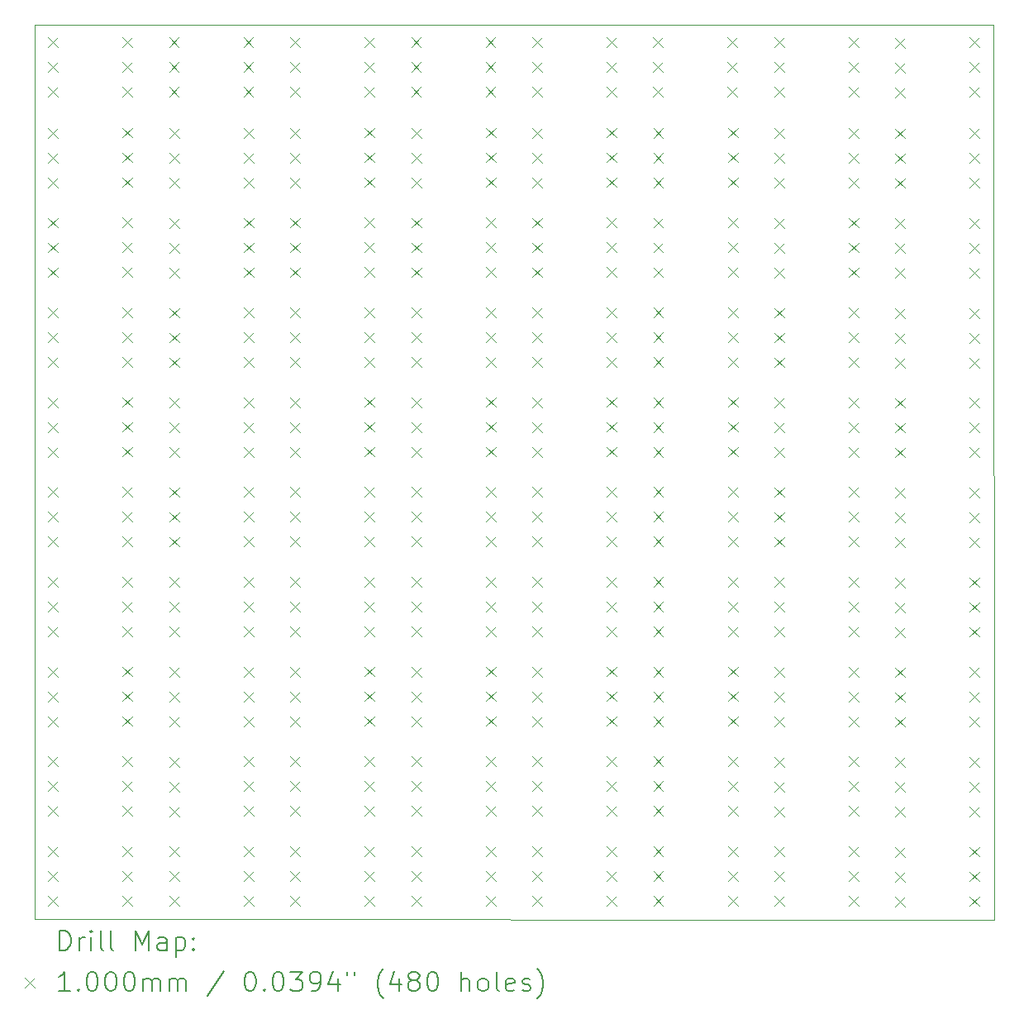
<source format=gbr>
%TF.GenerationSoftware,KiCad,Pcbnew,6.0.11+dfsg-1~bpo11+1*%
%TF.CreationDate,2023-03-06T17:28:26+08:00*%
%TF.ProjectId,sot2dip - panel,736f7432-6469-4702-902d-2070616e656c,rev?*%
%TF.SameCoordinates,Original*%
%TF.FileFunction,Drillmap*%
%TF.FilePolarity,Positive*%
%FSLAX45Y45*%
G04 Gerber Fmt 4.5, Leading zero omitted, Abs format (unit mm)*
G04 Created by KiCad (PCBNEW 6.0.11+dfsg-1~bpo11+1) date 2023-03-06 17:28:26*
%MOMM*%
%LPD*%
G01*
G04 APERTURE LIST*
%ADD10C,0.050000*%
%ADD11C,0.200000*%
%ADD12C,0.100000*%
G04 APERTURE END LIST*
D10*
X20330000Y-14770000D02*
X10500000Y-14760000D01*
X10500000Y-5600000D02*
X20320000Y-5600000D01*
X10500000Y-14760000D02*
X10500000Y-5600000D01*
X20320000Y-5600000D02*
X20330000Y-14770000D01*
D11*
D12*
X10634000Y-5730000D02*
X10734000Y-5830000D01*
X10734000Y-5730000D02*
X10634000Y-5830000D01*
X10634000Y-5984000D02*
X10734000Y-6084000D01*
X10734000Y-5984000D02*
X10634000Y-6084000D01*
X10634000Y-6238000D02*
X10734000Y-6338000D01*
X10734000Y-6238000D02*
X10634000Y-6338000D01*
X10636200Y-6659400D02*
X10736200Y-6759400D01*
X10736200Y-6659400D02*
X10636200Y-6759400D01*
X10636200Y-6913400D02*
X10736200Y-7013400D01*
X10736200Y-6913400D02*
X10636200Y-7013400D01*
X10636200Y-7167400D02*
X10736200Y-7267400D01*
X10736200Y-7167400D02*
X10636200Y-7267400D01*
X10636200Y-7580000D02*
X10736200Y-7680000D01*
X10736200Y-7580000D02*
X10636200Y-7680000D01*
X10636200Y-7834000D02*
X10736200Y-7934000D01*
X10736200Y-7834000D02*
X10636200Y-7934000D01*
X10636200Y-8088000D02*
X10736200Y-8188000D01*
X10736200Y-8088000D02*
X10636200Y-8188000D01*
X10636200Y-8501000D02*
X10736200Y-8601000D01*
X10736200Y-8501000D02*
X10636200Y-8601000D01*
X10636200Y-8755000D02*
X10736200Y-8855000D01*
X10736200Y-8755000D02*
X10636200Y-8855000D01*
X10636200Y-9009000D02*
X10736200Y-9109000D01*
X10736200Y-9009000D02*
X10636200Y-9109000D01*
X10636200Y-9419800D02*
X10736200Y-9519800D01*
X10736200Y-9419800D02*
X10636200Y-9519800D01*
X10636200Y-9673800D02*
X10736200Y-9773800D01*
X10736200Y-9673800D02*
X10636200Y-9773800D01*
X10636200Y-9927800D02*
X10736200Y-10027800D01*
X10736200Y-9927800D02*
X10636200Y-10027800D01*
X10636200Y-10338800D02*
X10736200Y-10438800D01*
X10736200Y-10338800D02*
X10636200Y-10438800D01*
X10636200Y-10592800D02*
X10736200Y-10692800D01*
X10736200Y-10592800D02*
X10636200Y-10692800D01*
X10636200Y-10846800D02*
X10736200Y-10946800D01*
X10736200Y-10846800D02*
X10636200Y-10946800D01*
X10636200Y-11260000D02*
X10736200Y-11360000D01*
X10736200Y-11260000D02*
X10636200Y-11360000D01*
X10636200Y-11514000D02*
X10736200Y-11614000D01*
X10736200Y-11514000D02*
X10636200Y-11614000D01*
X10636200Y-11768000D02*
X10736200Y-11868000D01*
X10736200Y-11768000D02*
X10636200Y-11868000D01*
X10636200Y-12180000D02*
X10736200Y-12280000D01*
X10736200Y-12180000D02*
X10636200Y-12280000D01*
X10636200Y-12434000D02*
X10736200Y-12534000D01*
X10736200Y-12434000D02*
X10636200Y-12534000D01*
X10636200Y-12688000D02*
X10736200Y-12788000D01*
X10736200Y-12688000D02*
X10636200Y-12788000D01*
X10636200Y-13100000D02*
X10736200Y-13200000D01*
X10736200Y-13100000D02*
X10636200Y-13200000D01*
X10636200Y-13354000D02*
X10736200Y-13454000D01*
X10736200Y-13354000D02*
X10636200Y-13454000D01*
X10636200Y-13608000D02*
X10736200Y-13708000D01*
X10736200Y-13608000D02*
X10636200Y-13708000D01*
X10636200Y-14020000D02*
X10736200Y-14120000D01*
X10736200Y-14020000D02*
X10636200Y-14120000D01*
X10636200Y-14274000D02*
X10736200Y-14374000D01*
X10736200Y-14274000D02*
X10636200Y-14374000D01*
X10636200Y-14528000D02*
X10736200Y-14628000D01*
X10736200Y-14528000D02*
X10636200Y-14628000D01*
X11396200Y-5727800D02*
X11496200Y-5827800D01*
X11496200Y-5727800D02*
X11396200Y-5827800D01*
X11396200Y-5981800D02*
X11496200Y-6081800D01*
X11496200Y-5981800D02*
X11396200Y-6081800D01*
X11396200Y-6235800D02*
X11496200Y-6335800D01*
X11496200Y-6235800D02*
X11396200Y-6335800D01*
X11398400Y-6657200D02*
X11498400Y-6757200D01*
X11498400Y-6657200D02*
X11398400Y-6757200D01*
X11398400Y-6911200D02*
X11498400Y-7011200D01*
X11498400Y-6911200D02*
X11398400Y-7011200D01*
X11398400Y-7165200D02*
X11498400Y-7265200D01*
X11498400Y-7165200D02*
X11398400Y-7265200D01*
X11398400Y-7577800D02*
X11498400Y-7677800D01*
X11498400Y-7577800D02*
X11398400Y-7677800D01*
X11398400Y-7831800D02*
X11498400Y-7931800D01*
X11498400Y-7831800D02*
X11398400Y-7931800D01*
X11398400Y-8085800D02*
X11498400Y-8185800D01*
X11498400Y-8085800D02*
X11398400Y-8185800D01*
X11398400Y-8498800D02*
X11498400Y-8598800D01*
X11498400Y-8498800D02*
X11398400Y-8598800D01*
X11398400Y-8752800D02*
X11498400Y-8852800D01*
X11498400Y-8752800D02*
X11398400Y-8852800D01*
X11398400Y-9006800D02*
X11498400Y-9106800D01*
X11498400Y-9006800D02*
X11398400Y-9106800D01*
X11398400Y-9417600D02*
X11498400Y-9517600D01*
X11498400Y-9417600D02*
X11398400Y-9517600D01*
X11398400Y-9671600D02*
X11498400Y-9771600D01*
X11498400Y-9671600D02*
X11398400Y-9771600D01*
X11398400Y-9925600D02*
X11498400Y-10025600D01*
X11498400Y-9925600D02*
X11398400Y-10025600D01*
X11398400Y-10336600D02*
X11498400Y-10436600D01*
X11498400Y-10336600D02*
X11398400Y-10436600D01*
X11398400Y-10590600D02*
X11498400Y-10690600D01*
X11498400Y-10590600D02*
X11398400Y-10690600D01*
X11398400Y-10844600D02*
X11498400Y-10944600D01*
X11498400Y-10844600D02*
X11398400Y-10944600D01*
X11398400Y-11257800D02*
X11498400Y-11357800D01*
X11498400Y-11257800D02*
X11398400Y-11357800D01*
X11398400Y-11511800D02*
X11498400Y-11611800D01*
X11498400Y-11511800D02*
X11398400Y-11611800D01*
X11398400Y-11765800D02*
X11498400Y-11865800D01*
X11498400Y-11765800D02*
X11398400Y-11865800D01*
X11398400Y-12177800D02*
X11498400Y-12277800D01*
X11498400Y-12177800D02*
X11398400Y-12277800D01*
X11398400Y-12431800D02*
X11498400Y-12531800D01*
X11498400Y-12431800D02*
X11398400Y-12531800D01*
X11398400Y-12685800D02*
X11498400Y-12785800D01*
X11498400Y-12685800D02*
X11398400Y-12785800D01*
X11398400Y-13097800D02*
X11498400Y-13197800D01*
X11498400Y-13097800D02*
X11398400Y-13197800D01*
X11398400Y-13351800D02*
X11498400Y-13451800D01*
X11498400Y-13351800D02*
X11398400Y-13451800D01*
X11398400Y-13605800D02*
X11498400Y-13705800D01*
X11498400Y-13605800D02*
X11398400Y-13705800D01*
X11398400Y-14017800D02*
X11498400Y-14117800D01*
X11498400Y-14017800D02*
X11398400Y-14117800D01*
X11398400Y-14271800D02*
X11498400Y-14371800D01*
X11498400Y-14271800D02*
X11398400Y-14371800D01*
X11398400Y-14525800D02*
X11498400Y-14625800D01*
X11498400Y-14525800D02*
X11398400Y-14625800D01*
X11876200Y-5732000D02*
X11976200Y-5832000D01*
X11976200Y-5732000D02*
X11876200Y-5832000D01*
X11876200Y-5986000D02*
X11976200Y-6086000D01*
X11976200Y-5986000D02*
X11876200Y-6086000D01*
X11876200Y-6240000D02*
X11976200Y-6340000D01*
X11976200Y-6240000D02*
X11876200Y-6340000D01*
X11878400Y-6661400D02*
X11978400Y-6761400D01*
X11978400Y-6661400D02*
X11878400Y-6761400D01*
X11878400Y-6915400D02*
X11978400Y-7015400D01*
X11978400Y-6915400D02*
X11878400Y-7015400D01*
X11878400Y-7169400D02*
X11978400Y-7269400D01*
X11978400Y-7169400D02*
X11878400Y-7269400D01*
X11878400Y-7582000D02*
X11978400Y-7682000D01*
X11978400Y-7582000D02*
X11878400Y-7682000D01*
X11878400Y-7836000D02*
X11978400Y-7936000D01*
X11978400Y-7836000D02*
X11878400Y-7936000D01*
X11878400Y-8090000D02*
X11978400Y-8190000D01*
X11978400Y-8090000D02*
X11878400Y-8190000D01*
X11878400Y-8503000D02*
X11978400Y-8603000D01*
X11978400Y-8503000D02*
X11878400Y-8603000D01*
X11878400Y-8757000D02*
X11978400Y-8857000D01*
X11978400Y-8757000D02*
X11878400Y-8857000D01*
X11878400Y-9011000D02*
X11978400Y-9111000D01*
X11978400Y-9011000D02*
X11878400Y-9111000D01*
X11878400Y-9421800D02*
X11978400Y-9521800D01*
X11978400Y-9421800D02*
X11878400Y-9521800D01*
X11878400Y-9675800D02*
X11978400Y-9775800D01*
X11978400Y-9675800D02*
X11878400Y-9775800D01*
X11878400Y-9929800D02*
X11978400Y-10029800D01*
X11978400Y-9929800D02*
X11878400Y-10029800D01*
X11878400Y-10340800D02*
X11978400Y-10440800D01*
X11978400Y-10340800D02*
X11878400Y-10440800D01*
X11878400Y-10594800D02*
X11978400Y-10694800D01*
X11978400Y-10594800D02*
X11878400Y-10694800D01*
X11878400Y-10848800D02*
X11978400Y-10948800D01*
X11978400Y-10848800D02*
X11878400Y-10948800D01*
X11878400Y-11262000D02*
X11978400Y-11362000D01*
X11978400Y-11262000D02*
X11878400Y-11362000D01*
X11878400Y-11516000D02*
X11978400Y-11616000D01*
X11978400Y-11516000D02*
X11878400Y-11616000D01*
X11878400Y-11770000D02*
X11978400Y-11870000D01*
X11978400Y-11770000D02*
X11878400Y-11870000D01*
X11878400Y-12182000D02*
X11978400Y-12282000D01*
X11978400Y-12182000D02*
X11878400Y-12282000D01*
X11878400Y-12436000D02*
X11978400Y-12536000D01*
X11978400Y-12436000D02*
X11878400Y-12536000D01*
X11878400Y-12690000D02*
X11978400Y-12790000D01*
X11978400Y-12690000D02*
X11878400Y-12790000D01*
X11878400Y-13102000D02*
X11978400Y-13202000D01*
X11978400Y-13102000D02*
X11878400Y-13202000D01*
X11878400Y-13356000D02*
X11978400Y-13456000D01*
X11978400Y-13356000D02*
X11878400Y-13456000D01*
X11878400Y-13610000D02*
X11978400Y-13710000D01*
X11978400Y-13610000D02*
X11878400Y-13710000D01*
X11878400Y-14022000D02*
X11978400Y-14122000D01*
X11978400Y-14022000D02*
X11878400Y-14122000D01*
X11878400Y-14276000D02*
X11978400Y-14376000D01*
X11978400Y-14276000D02*
X11878400Y-14376000D01*
X11878400Y-14530000D02*
X11978400Y-14630000D01*
X11978400Y-14530000D02*
X11878400Y-14630000D01*
X12638400Y-5729800D02*
X12738400Y-5829800D01*
X12738400Y-5729800D02*
X12638400Y-5829800D01*
X12638400Y-5983800D02*
X12738400Y-6083800D01*
X12738400Y-5983800D02*
X12638400Y-6083800D01*
X12638400Y-6237800D02*
X12738400Y-6337800D01*
X12738400Y-6237800D02*
X12638400Y-6337800D01*
X12640600Y-6659200D02*
X12740600Y-6759200D01*
X12740600Y-6659200D02*
X12640600Y-6759200D01*
X12640600Y-6913200D02*
X12740600Y-7013200D01*
X12740600Y-6913200D02*
X12640600Y-7013200D01*
X12640600Y-7167200D02*
X12740600Y-7267200D01*
X12740600Y-7167200D02*
X12640600Y-7267200D01*
X12640600Y-7579800D02*
X12740600Y-7679800D01*
X12740600Y-7579800D02*
X12640600Y-7679800D01*
X12640600Y-7833800D02*
X12740600Y-7933800D01*
X12740600Y-7833800D02*
X12640600Y-7933800D01*
X12640600Y-8087800D02*
X12740600Y-8187800D01*
X12740600Y-8087800D02*
X12640600Y-8187800D01*
X12640600Y-8500800D02*
X12740600Y-8600800D01*
X12740600Y-8500800D02*
X12640600Y-8600800D01*
X12640600Y-8754800D02*
X12740600Y-8854800D01*
X12740600Y-8754800D02*
X12640600Y-8854800D01*
X12640600Y-9008800D02*
X12740600Y-9108800D01*
X12740600Y-9008800D02*
X12640600Y-9108800D01*
X12640600Y-9419600D02*
X12740600Y-9519600D01*
X12740600Y-9419600D02*
X12640600Y-9519600D01*
X12640600Y-9673600D02*
X12740600Y-9773600D01*
X12740600Y-9673600D02*
X12640600Y-9773600D01*
X12640600Y-9927600D02*
X12740600Y-10027600D01*
X12740600Y-9927600D02*
X12640600Y-10027600D01*
X12640600Y-10338600D02*
X12740600Y-10438600D01*
X12740600Y-10338600D02*
X12640600Y-10438600D01*
X12640600Y-10592600D02*
X12740600Y-10692600D01*
X12740600Y-10592600D02*
X12640600Y-10692600D01*
X12640600Y-10846600D02*
X12740600Y-10946600D01*
X12740600Y-10846600D02*
X12640600Y-10946600D01*
X12640600Y-11259800D02*
X12740600Y-11359800D01*
X12740600Y-11259800D02*
X12640600Y-11359800D01*
X12640600Y-11513800D02*
X12740600Y-11613800D01*
X12740600Y-11513800D02*
X12640600Y-11613800D01*
X12640600Y-11767800D02*
X12740600Y-11867800D01*
X12740600Y-11767800D02*
X12640600Y-11867800D01*
X12640600Y-12179800D02*
X12740600Y-12279800D01*
X12740600Y-12179800D02*
X12640600Y-12279800D01*
X12640600Y-12433800D02*
X12740600Y-12533800D01*
X12740600Y-12433800D02*
X12640600Y-12533800D01*
X12640600Y-12687800D02*
X12740600Y-12787800D01*
X12740600Y-12687800D02*
X12640600Y-12787800D01*
X12640600Y-13099800D02*
X12740600Y-13199800D01*
X12740600Y-13099800D02*
X12640600Y-13199800D01*
X12640600Y-13353800D02*
X12740600Y-13453800D01*
X12740600Y-13353800D02*
X12640600Y-13453800D01*
X12640600Y-13607800D02*
X12740600Y-13707800D01*
X12740600Y-13607800D02*
X12640600Y-13707800D01*
X12640600Y-14019800D02*
X12740600Y-14119800D01*
X12740600Y-14019800D02*
X12640600Y-14119800D01*
X12640600Y-14273800D02*
X12740600Y-14373800D01*
X12740600Y-14273800D02*
X12640600Y-14373800D01*
X12640600Y-14527800D02*
X12740600Y-14627800D01*
X12740600Y-14527800D02*
X12640600Y-14627800D01*
X13116200Y-5730000D02*
X13216200Y-5830000D01*
X13216200Y-5730000D02*
X13116200Y-5830000D01*
X13116200Y-5984000D02*
X13216200Y-6084000D01*
X13216200Y-5984000D02*
X13116200Y-6084000D01*
X13116200Y-6238000D02*
X13216200Y-6338000D01*
X13216200Y-6238000D02*
X13116200Y-6338000D01*
X13118400Y-6659400D02*
X13218400Y-6759400D01*
X13218400Y-6659400D02*
X13118400Y-6759400D01*
X13118400Y-6913400D02*
X13218400Y-7013400D01*
X13218400Y-6913400D02*
X13118400Y-7013400D01*
X13118400Y-7167400D02*
X13218400Y-7267400D01*
X13218400Y-7167400D02*
X13118400Y-7267400D01*
X13118400Y-7580000D02*
X13218400Y-7680000D01*
X13218400Y-7580000D02*
X13118400Y-7680000D01*
X13118400Y-7834000D02*
X13218400Y-7934000D01*
X13218400Y-7834000D02*
X13118400Y-7934000D01*
X13118400Y-8088000D02*
X13218400Y-8188000D01*
X13218400Y-8088000D02*
X13118400Y-8188000D01*
X13118400Y-8501000D02*
X13218400Y-8601000D01*
X13218400Y-8501000D02*
X13118400Y-8601000D01*
X13118400Y-8755000D02*
X13218400Y-8855000D01*
X13218400Y-8755000D02*
X13118400Y-8855000D01*
X13118400Y-9009000D02*
X13218400Y-9109000D01*
X13218400Y-9009000D02*
X13118400Y-9109000D01*
X13118400Y-9419800D02*
X13218400Y-9519800D01*
X13218400Y-9419800D02*
X13118400Y-9519800D01*
X13118400Y-9673800D02*
X13218400Y-9773800D01*
X13218400Y-9673800D02*
X13118400Y-9773800D01*
X13118400Y-9927800D02*
X13218400Y-10027800D01*
X13218400Y-9927800D02*
X13118400Y-10027800D01*
X13118400Y-10338800D02*
X13218400Y-10438800D01*
X13218400Y-10338800D02*
X13118400Y-10438800D01*
X13118400Y-10592800D02*
X13218400Y-10692800D01*
X13218400Y-10592800D02*
X13118400Y-10692800D01*
X13118400Y-10846800D02*
X13218400Y-10946800D01*
X13218400Y-10846800D02*
X13118400Y-10946800D01*
X13118400Y-11260000D02*
X13218400Y-11360000D01*
X13218400Y-11260000D02*
X13118400Y-11360000D01*
X13118400Y-11514000D02*
X13218400Y-11614000D01*
X13218400Y-11514000D02*
X13118400Y-11614000D01*
X13118400Y-11768000D02*
X13218400Y-11868000D01*
X13218400Y-11768000D02*
X13118400Y-11868000D01*
X13118400Y-12180000D02*
X13218400Y-12280000D01*
X13218400Y-12180000D02*
X13118400Y-12280000D01*
X13118400Y-12434000D02*
X13218400Y-12534000D01*
X13218400Y-12434000D02*
X13118400Y-12534000D01*
X13118400Y-12688000D02*
X13218400Y-12788000D01*
X13218400Y-12688000D02*
X13118400Y-12788000D01*
X13118400Y-13100000D02*
X13218400Y-13200000D01*
X13218400Y-13100000D02*
X13118400Y-13200000D01*
X13118400Y-13354000D02*
X13218400Y-13454000D01*
X13218400Y-13354000D02*
X13118400Y-13454000D01*
X13118400Y-13608000D02*
X13218400Y-13708000D01*
X13218400Y-13608000D02*
X13118400Y-13708000D01*
X13118400Y-14020000D02*
X13218400Y-14120000D01*
X13218400Y-14020000D02*
X13118400Y-14120000D01*
X13118400Y-14274000D02*
X13218400Y-14374000D01*
X13218400Y-14274000D02*
X13118400Y-14374000D01*
X13118400Y-14528000D02*
X13218400Y-14628000D01*
X13218400Y-14528000D02*
X13118400Y-14628000D01*
X13878400Y-5727800D02*
X13978400Y-5827800D01*
X13978400Y-5727800D02*
X13878400Y-5827800D01*
X13878400Y-5981800D02*
X13978400Y-6081800D01*
X13978400Y-5981800D02*
X13878400Y-6081800D01*
X13878400Y-6235800D02*
X13978400Y-6335800D01*
X13978400Y-6235800D02*
X13878400Y-6335800D01*
X13880600Y-6657200D02*
X13980600Y-6757200D01*
X13980600Y-6657200D02*
X13880600Y-6757200D01*
X13880600Y-6911200D02*
X13980600Y-7011200D01*
X13980600Y-6911200D02*
X13880600Y-7011200D01*
X13880600Y-7165200D02*
X13980600Y-7265200D01*
X13980600Y-7165200D02*
X13880600Y-7265200D01*
X13880600Y-7577800D02*
X13980600Y-7677800D01*
X13980600Y-7577800D02*
X13880600Y-7677800D01*
X13880600Y-7831800D02*
X13980600Y-7931800D01*
X13980600Y-7831800D02*
X13880600Y-7931800D01*
X13880600Y-8085800D02*
X13980600Y-8185800D01*
X13980600Y-8085800D02*
X13880600Y-8185800D01*
X13880600Y-8498800D02*
X13980600Y-8598800D01*
X13980600Y-8498800D02*
X13880600Y-8598800D01*
X13880600Y-8752800D02*
X13980600Y-8852800D01*
X13980600Y-8752800D02*
X13880600Y-8852800D01*
X13880600Y-9006800D02*
X13980600Y-9106800D01*
X13980600Y-9006800D02*
X13880600Y-9106800D01*
X13880600Y-9417600D02*
X13980600Y-9517600D01*
X13980600Y-9417600D02*
X13880600Y-9517600D01*
X13880600Y-9671600D02*
X13980600Y-9771600D01*
X13980600Y-9671600D02*
X13880600Y-9771600D01*
X13880600Y-9925600D02*
X13980600Y-10025600D01*
X13980600Y-9925600D02*
X13880600Y-10025600D01*
X13880600Y-10336600D02*
X13980600Y-10436600D01*
X13980600Y-10336600D02*
X13880600Y-10436600D01*
X13880600Y-10590600D02*
X13980600Y-10690600D01*
X13980600Y-10590600D02*
X13880600Y-10690600D01*
X13880600Y-10844600D02*
X13980600Y-10944600D01*
X13980600Y-10844600D02*
X13880600Y-10944600D01*
X13880600Y-11257800D02*
X13980600Y-11357800D01*
X13980600Y-11257800D02*
X13880600Y-11357800D01*
X13880600Y-11511800D02*
X13980600Y-11611800D01*
X13980600Y-11511800D02*
X13880600Y-11611800D01*
X13880600Y-11765800D02*
X13980600Y-11865800D01*
X13980600Y-11765800D02*
X13880600Y-11865800D01*
X13880600Y-12177800D02*
X13980600Y-12277800D01*
X13980600Y-12177800D02*
X13880600Y-12277800D01*
X13880600Y-12431800D02*
X13980600Y-12531800D01*
X13980600Y-12431800D02*
X13880600Y-12531800D01*
X13880600Y-12685800D02*
X13980600Y-12785800D01*
X13980600Y-12685800D02*
X13880600Y-12785800D01*
X13880600Y-13097800D02*
X13980600Y-13197800D01*
X13980600Y-13097800D02*
X13880600Y-13197800D01*
X13880600Y-13351800D02*
X13980600Y-13451800D01*
X13980600Y-13351800D02*
X13880600Y-13451800D01*
X13880600Y-13605800D02*
X13980600Y-13705800D01*
X13980600Y-13605800D02*
X13880600Y-13705800D01*
X13880600Y-14017800D02*
X13980600Y-14117800D01*
X13980600Y-14017800D02*
X13880600Y-14117800D01*
X13880600Y-14271800D02*
X13980600Y-14371800D01*
X13980600Y-14271800D02*
X13880600Y-14371800D01*
X13880600Y-14525800D02*
X13980600Y-14625800D01*
X13980600Y-14525800D02*
X13880600Y-14625800D01*
X14356200Y-5730000D02*
X14456200Y-5830000D01*
X14456200Y-5730000D02*
X14356200Y-5830000D01*
X14356200Y-5984000D02*
X14456200Y-6084000D01*
X14456200Y-5984000D02*
X14356200Y-6084000D01*
X14356200Y-6238000D02*
X14456200Y-6338000D01*
X14456200Y-6238000D02*
X14356200Y-6338000D01*
X14358400Y-6659400D02*
X14458400Y-6759400D01*
X14458400Y-6659400D02*
X14358400Y-6759400D01*
X14358400Y-6913400D02*
X14458400Y-7013400D01*
X14458400Y-6913400D02*
X14358400Y-7013400D01*
X14358400Y-7167400D02*
X14458400Y-7267400D01*
X14458400Y-7167400D02*
X14358400Y-7267400D01*
X14358400Y-7580000D02*
X14458400Y-7680000D01*
X14458400Y-7580000D02*
X14358400Y-7680000D01*
X14358400Y-7834000D02*
X14458400Y-7934000D01*
X14458400Y-7834000D02*
X14358400Y-7934000D01*
X14358400Y-8088000D02*
X14458400Y-8188000D01*
X14458400Y-8088000D02*
X14358400Y-8188000D01*
X14358400Y-8501000D02*
X14458400Y-8601000D01*
X14458400Y-8501000D02*
X14358400Y-8601000D01*
X14358400Y-8755000D02*
X14458400Y-8855000D01*
X14458400Y-8755000D02*
X14358400Y-8855000D01*
X14358400Y-9009000D02*
X14458400Y-9109000D01*
X14458400Y-9009000D02*
X14358400Y-9109000D01*
X14358400Y-9419800D02*
X14458400Y-9519800D01*
X14458400Y-9419800D02*
X14358400Y-9519800D01*
X14358400Y-9673800D02*
X14458400Y-9773800D01*
X14458400Y-9673800D02*
X14358400Y-9773800D01*
X14358400Y-9927800D02*
X14458400Y-10027800D01*
X14458400Y-9927800D02*
X14358400Y-10027800D01*
X14358400Y-10338800D02*
X14458400Y-10438800D01*
X14458400Y-10338800D02*
X14358400Y-10438800D01*
X14358400Y-10592800D02*
X14458400Y-10692800D01*
X14458400Y-10592800D02*
X14358400Y-10692800D01*
X14358400Y-10846800D02*
X14458400Y-10946800D01*
X14458400Y-10846800D02*
X14358400Y-10946800D01*
X14358400Y-11260000D02*
X14458400Y-11360000D01*
X14458400Y-11260000D02*
X14358400Y-11360000D01*
X14358400Y-11514000D02*
X14458400Y-11614000D01*
X14458400Y-11514000D02*
X14358400Y-11614000D01*
X14358400Y-11768000D02*
X14458400Y-11868000D01*
X14458400Y-11768000D02*
X14358400Y-11868000D01*
X14358400Y-12180000D02*
X14458400Y-12280000D01*
X14458400Y-12180000D02*
X14358400Y-12280000D01*
X14358400Y-12434000D02*
X14458400Y-12534000D01*
X14458400Y-12434000D02*
X14358400Y-12534000D01*
X14358400Y-12688000D02*
X14458400Y-12788000D01*
X14458400Y-12688000D02*
X14358400Y-12788000D01*
X14358400Y-13100000D02*
X14458400Y-13200000D01*
X14458400Y-13100000D02*
X14358400Y-13200000D01*
X14358400Y-13354000D02*
X14458400Y-13454000D01*
X14458400Y-13354000D02*
X14358400Y-13454000D01*
X14358400Y-13608000D02*
X14458400Y-13708000D01*
X14458400Y-13608000D02*
X14358400Y-13708000D01*
X14358400Y-14020000D02*
X14458400Y-14120000D01*
X14458400Y-14020000D02*
X14358400Y-14120000D01*
X14358400Y-14274000D02*
X14458400Y-14374000D01*
X14458400Y-14274000D02*
X14358400Y-14374000D01*
X14358400Y-14528000D02*
X14458400Y-14628000D01*
X14458400Y-14528000D02*
X14358400Y-14628000D01*
X15118400Y-5727800D02*
X15218400Y-5827800D01*
X15218400Y-5727800D02*
X15118400Y-5827800D01*
X15118400Y-5981800D02*
X15218400Y-6081800D01*
X15218400Y-5981800D02*
X15118400Y-6081800D01*
X15118400Y-6235800D02*
X15218400Y-6335800D01*
X15218400Y-6235800D02*
X15118400Y-6335800D01*
X15120600Y-6657200D02*
X15220600Y-6757200D01*
X15220600Y-6657200D02*
X15120600Y-6757200D01*
X15120600Y-6911200D02*
X15220600Y-7011200D01*
X15220600Y-6911200D02*
X15120600Y-7011200D01*
X15120600Y-7165200D02*
X15220600Y-7265200D01*
X15220600Y-7165200D02*
X15120600Y-7265200D01*
X15120600Y-7577800D02*
X15220600Y-7677800D01*
X15220600Y-7577800D02*
X15120600Y-7677800D01*
X15120600Y-7831800D02*
X15220600Y-7931800D01*
X15220600Y-7831800D02*
X15120600Y-7931800D01*
X15120600Y-8085800D02*
X15220600Y-8185800D01*
X15220600Y-8085800D02*
X15120600Y-8185800D01*
X15120600Y-8498800D02*
X15220600Y-8598800D01*
X15220600Y-8498800D02*
X15120600Y-8598800D01*
X15120600Y-8752800D02*
X15220600Y-8852800D01*
X15220600Y-8752800D02*
X15120600Y-8852800D01*
X15120600Y-9006800D02*
X15220600Y-9106800D01*
X15220600Y-9006800D02*
X15120600Y-9106800D01*
X15120600Y-9417600D02*
X15220600Y-9517600D01*
X15220600Y-9417600D02*
X15120600Y-9517600D01*
X15120600Y-9671600D02*
X15220600Y-9771600D01*
X15220600Y-9671600D02*
X15120600Y-9771600D01*
X15120600Y-9925600D02*
X15220600Y-10025600D01*
X15220600Y-9925600D02*
X15120600Y-10025600D01*
X15120600Y-10336600D02*
X15220600Y-10436600D01*
X15220600Y-10336600D02*
X15120600Y-10436600D01*
X15120600Y-10590600D02*
X15220600Y-10690600D01*
X15220600Y-10590600D02*
X15120600Y-10690600D01*
X15120600Y-10844600D02*
X15220600Y-10944600D01*
X15220600Y-10844600D02*
X15120600Y-10944600D01*
X15120600Y-11257800D02*
X15220600Y-11357800D01*
X15220600Y-11257800D02*
X15120600Y-11357800D01*
X15120600Y-11511800D02*
X15220600Y-11611800D01*
X15220600Y-11511800D02*
X15120600Y-11611800D01*
X15120600Y-11765800D02*
X15220600Y-11865800D01*
X15220600Y-11765800D02*
X15120600Y-11865800D01*
X15120600Y-12177800D02*
X15220600Y-12277800D01*
X15220600Y-12177800D02*
X15120600Y-12277800D01*
X15120600Y-12431800D02*
X15220600Y-12531800D01*
X15220600Y-12431800D02*
X15120600Y-12531800D01*
X15120600Y-12685800D02*
X15220600Y-12785800D01*
X15220600Y-12685800D02*
X15120600Y-12785800D01*
X15120600Y-13097800D02*
X15220600Y-13197800D01*
X15220600Y-13097800D02*
X15120600Y-13197800D01*
X15120600Y-13351800D02*
X15220600Y-13451800D01*
X15220600Y-13351800D02*
X15120600Y-13451800D01*
X15120600Y-13605800D02*
X15220600Y-13705800D01*
X15220600Y-13605800D02*
X15120600Y-13705800D01*
X15120600Y-14017800D02*
X15220600Y-14117800D01*
X15220600Y-14017800D02*
X15120600Y-14117800D01*
X15120600Y-14271800D02*
X15220600Y-14371800D01*
X15220600Y-14271800D02*
X15120600Y-14371800D01*
X15120600Y-14525800D02*
X15220600Y-14625800D01*
X15220600Y-14525800D02*
X15120600Y-14625800D01*
X15596200Y-5729800D02*
X15696200Y-5829800D01*
X15696200Y-5729800D02*
X15596200Y-5829800D01*
X15596200Y-5983800D02*
X15696200Y-6083800D01*
X15696200Y-5983800D02*
X15596200Y-6083800D01*
X15596200Y-6237800D02*
X15696200Y-6337800D01*
X15696200Y-6237800D02*
X15596200Y-6337800D01*
X15598400Y-6659200D02*
X15698400Y-6759200D01*
X15698400Y-6659200D02*
X15598400Y-6759200D01*
X15598400Y-6913200D02*
X15698400Y-7013200D01*
X15698400Y-6913200D02*
X15598400Y-7013200D01*
X15598400Y-7167200D02*
X15698400Y-7267200D01*
X15698400Y-7167200D02*
X15598400Y-7267200D01*
X15598400Y-7579800D02*
X15698400Y-7679800D01*
X15698400Y-7579800D02*
X15598400Y-7679800D01*
X15598400Y-7833800D02*
X15698400Y-7933800D01*
X15698400Y-7833800D02*
X15598400Y-7933800D01*
X15598400Y-8087800D02*
X15698400Y-8187800D01*
X15698400Y-8087800D02*
X15598400Y-8187800D01*
X15598400Y-8500800D02*
X15698400Y-8600800D01*
X15698400Y-8500800D02*
X15598400Y-8600800D01*
X15598400Y-8754800D02*
X15698400Y-8854800D01*
X15698400Y-8754800D02*
X15598400Y-8854800D01*
X15598400Y-9008800D02*
X15698400Y-9108800D01*
X15698400Y-9008800D02*
X15598400Y-9108800D01*
X15598400Y-9419600D02*
X15698400Y-9519600D01*
X15698400Y-9419600D02*
X15598400Y-9519600D01*
X15598400Y-9673600D02*
X15698400Y-9773600D01*
X15698400Y-9673600D02*
X15598400Y-9773600D01*
X15598400Y-9927600D02*
X15698400Y-10027600D01*
X15698400Y-9927600D02*
X15598400Y-10027600D01*
X15598400Y-10338600D02*
X15698400Y-10438600D01*
X15698400Y-10338600D02*
X15598400Y-10438600D01*
X15598400Y-10592600D02*
X15698400Y-10692600D01*
X15698400Y-10592600D02*
X15598400Y-10692600D01*
X15598400Y-10846600D02*
X15698400Y-10946600D01*
X15698400Y-10846600D02*
X15598400Y-10946600D01*
X15598400Y-11259800D02*
X15698400Y-11359800D01*
X15698400Y-11259800D02*
X15598400Y-11359800D01*
X15598400Y-11513800D02*
X15698400Y-11613800D01*
X15698400Y-11513800D02*
X15598400Y-11613800D01*
X15598400Y-11767800D02*
X15698400Y-11867800D01*
X15698400Y-11767800D02*
X15598400Y-11867800D01*
X15598400Y-12179800D02*
X15698400Y-12279800D01*
X15698400Y-12179800D02*
X15598400Y-12279800D01*
X15598400Y-12433800D02*
X15698400Y-12533800D01*
X15698400Y-12433800D02*
X15598400Y-12533800D01*
X15598400Y-12687800D02*
X15698400Y-12787800D01*
X15698400Y-12687800D02*
X15598400Y-12787800D01*
X15598400Y-13099800D02*
X15698400Y-13199800D01*
X15698400Y-13099800D02*
X15598400Y-13199800D01*
X15598400Y-13353800D02*
X15698400Y-13453800D01*
X15698400Y-13353800D02*
X15598400Y-13453800D01*
X15598400Y-13607800D02*
X15698400Y-13707800D01*
X15698400Y-13607800D02*
X15598400Y-13707800D01*
X15598400Y-14019800D02*
X15698400Y-14119800D01*
X15698400Y-14019800D02*
X15598400Y-14119800D01*
X15598400Y-14273800D02*
X15698400Y-14373800D01*
X15698400Y-14273800D02*
X15598400Y-14373800D01*
X15598400Y-14527800D02*
X15698400Y-14627800D01*
X15698400Y-14527800D02*
X15598400Y-14627800D01*
X16358400Y-5727600D02*
X16458400Y-5827600D01*
X16458400Y-5727600D02*
X16358400Y-5827600D01*
X16358400Y-5981600D02*
X16458400Y-6081600D01*
X16458400Y-5981600D02*
X16358400Y-6081600D01*
X16358400Y-6235600D02*
X16458400Y-6335600D01*
X16458400Y-6235600D02*
X16358400Y-6335600D01*
X16360600Y-6657000D02*
X16460600Y-6757000D01*
X16460600Y-6657000D02*
X16360600Y-6757000D01*
X16360600Y-6911000D02*
X16460600Y-7011000D01*
X16460600Y-6911000D02*
X16360600Y-7011000D01*
X16360600Y-7165000D02*
X16460600Y-7265000D01*
X16460600Y-7165000D02*
X16360600Y-7265000D01*
X16360600Y-7577600D02*
X16460600Y-7677600D01*
X16460600Y-7577600D02*
X16360600Y-7677600D01*
X16360600Y-7831600D02*
X16460600Y-7931600D01*
X16460600Y-7831600D02*
X16360600Y-7931600D01*
X16360600Y-8085600D02*
X16460600Y-8185600D01*
X16460600Y-8085600D02*
X16360600Y-8185600D01*
X16360600Y-8498600D02*
X16460600Y-8598600D01*
X16460600Y-8498600D02*
X16360600Y-8598600D01*
X16360600Y-8752600D02*
X16460600Y-8852600D01*
X16460600Y-8752600D02*
X16360600Y-8852600D01*
X16360600Y-9006600D02*
X16460600Y-9106600D01*
X16460600Y-9006600D02*
X16360600Y-9106600D01*
X16360600Y-9417400D02*
X16460600Y-9517400D01*
X16460600Y-9417400D02*
X16360600Y-9517400D01*
X16360600Y-9671400D02*
X16460600Y-9771400D01*
X16460600Y-9671400D02*
X16360600Y-9771400D01*
X16360600Y-9925400D02*
X16460600Y-10025400D01*
X16460600Y-9925400D02*
X16360600Y-10025400D01*
X16360600Y-10336400D02*
X16460600Y-10436400D01*
X16460600Y-10336400D02*
X16360600Y-10436400D01*
X16360600Y-10590400D02*
X16460600Y-10690400D01*
X16460600Y-10590400D02*
X16360600Y-10690400D01*
X16360600Y-10844400D02*
X16460600Y-10944400D01*
X16460600Y-10844400D02*
X16360600Y-10944400D01*
X16360600Y-11257600D02*
X16460600Y-11357600D01*
X16460600Y-11257600D02*
X16360600Y-11357600D01*
X16360600Y-11511600D02*
X16460600Y-11611600D01*
X16460600Y-11511600D02*
X16360600Y-11611600D01*
X16360600Y-11765600D02*
X16460600Y-11865600D01*
X16460600Y-11765600D02*
X16360600Y-11865600D01*
X16360600Y-12177600D02*
X16460600Y-12277600D01*
X16460600Y-12177600D02*
X16360600Y-12277600D01*
X16360600Y-12431600D02*
X16460600Y-12531600D01*
X16460600Y-12431600D02*
X16360600Y-12531600D01*
X16360600Y-12685600D02*
X16460600Y-12785600D01*
X16460600Y-12685600D02*
X16360600Y-12785600D01*
X16360600Y-13097600D02*
X16460600Y-13197600D01*
X16460600Y-13097600D02*
X16360600Y-13197600D01*
X16360600Y-13351600D02*
X16460600Y-13451600D01*
X16460600Y-13351600D02*
X16360600Y-13451600D01*
X16360600Y-13605600D02*
X16460600Y-13705600D01*
X16460600Y-13605600D02*
X16360600Y-13705600D01*
X16360600Y-14017600D02*
X16460600Y-14117600D01*
X16460600Y-14017600D02*
X16360600Y-14117600D01*
X16360600Y-14271600D02*
X16460600Y-14371600D01*
X16460600Y-14271600D02*
X16360600Y-14371600D01*
X16360600Y-14525600D02*
X16460600Y-14625600D01*
X16460600Y-14525600D02*
X16360600Y-14625600D01*
X16836200Y-5729800D02*
X16936200Y-5829800D01*
X16936200Y-5729800D02*
X16836200Y-5829800D01*
X16836200Y-5983800D02*
X16936200Y-6083800D01*
X16936200Y-5983800D02*
X16836200Y-6083800D01*
X16836200Y-6237800D02*
X16936200Y-6337800D01*
X16936200Y-6237800D02*
X16836200Y-6337800D01*
X16838400Y-6659200D02*
X16938400Y-6759200D01*
X16938400Y-6659200D02*
X16838400Y-6759200D01*
X16838400Y-6913200D02*
X16938400Y-7013200D01*
X16938400Y-6913200D02*
X16838400Y-7013200D01*
X16838400Y-7167200D02*
X16938400Y-7267200D01*
X16938400Y-7167200D02*
X16838400Y-7267200D01*
X16838400Y-7579800D02*
X16938400Y-7679800D01*
X16938400Y-7579800D02*
X16838400Y-7679800D01*
X16838400Y-7833800D02*
X16938400Y-7933800D01*
X16938400Y-7833800D02*
X16838400Y-7933800D01*
X16838400Y-8087800D02*
X16938400Y-8187800D01*
X16938400Y-8087800D02*
X16838400Y-8187800D01*
X16838400Y-8500800D02*
X16938400Y-8600800D01*
X16938400Y-8500800D02*
X16838400Y-8600800D01*
X16838400Y-8754800D02*
X16938400Y-8854800D01*
X16938400Y-8754800D02*
X16838400Y-8854800D01*
X16838400Y-9008800D02*
X16938400Y-9108800D01*
X16938400Y-9008800D02*
X16838400Y-9108800D01*
X16838400Y-9419600D02*
X16938400Y-9519600D01*
X16938400Y-9419600D02*
X16838400Y-9519600D01*
X16838400Y-9673600D02*
X16938400Y-9773600D01*
X16938400Y-9673600D02*
X16838400Y-9773600D01*
X16838400Y-9927600D02*
X16938400Y-10027600D01*
X16938400Y-9927600D02*
X16838400Y-10027600D01*
X16838400Y-10338600D02*
X16938400Y-10438600D01*
X16938400Y-10338600D02*
X16838400Y-10438600D01*
X16838400Y-10592600D02*
X16938400Y-10692600D01*
X16938400Y-10592600D02*
X16838400Y-10692600D01*
X16838400Y-10846600D02*
X16938400Y-10946600D01*
X16938400Y-10846600D02*
X16838400Y-10946600D01*
X16838400Y-11259800D02*
X16938400Y-11359800D01*
X16938400Y-11259800D02*
X16838400Y-11359800D01*
X16838400Y-11513800D02*
X16938400Y-11613800D01*
X16938400Y-11513800D02*
X16838400Y-11613800D01*
X16838400Y-11767800D02*
X16938400Y-11867800D01*
X16938400Y-11767800D02*
X16838400Y-11867800D01*
X16838400Y-12179800D02*
X16938400Y-12279800D01*
X16938400Y-12179800D02*
X16838400Y-12279800D01*
X16838400Y-12433800D02*
X16938400Y-12533800D01*
X16938400Y-12433800D02*
X16838400Y-12533800D01*
X16838400Y-12687800D02*
X16938400Y-12787800D01*
X16938400Y-12687800D02*
X16838400Y-12787800D01*
X16838400Y-13099800D02*
X16938400Y-13199800D01*
X16938400Y-13099800D02*
X16838400Y-13199800D01*
X16838400Y-13353800D02*
X16938400Y-13453800D01*
X16938400Y-13353800D02*
X16838400Y-13453800D01*
X16838400Y-13607800D02*
X16938400Y-13707800D01*
X16938400Y-13607800D02*
X16838400Y-13707800D01*
X16838400Y-14019800D02*
X16938400Y-14119800D01*
X16938400Y-14019800D02*
X16838400Y-14119800D01*
X16838400Y-14273800D02*
X16938400Y-14373800D01*
X16938400Y-14273800D02*
X16838400Y-14373800D01*
X16838400Y-14527800D02*
X16938400Y-14627800D01*
X16938400Y-14527800D02*
X16838400Y-14627800D01*
X17598400Y-5727600D02*
X17698400Y-5827600D01*
X17698400Y-5727600D02*
X17598400Y-5827600D01*
X17598400Y-5981600D02*
X17698400Y-6081600D01*
X17698400Y-5981600D02*
X17598400Y-6081600D01*
X17598400Y-6235600D02*
X17698400Y-6335600D01*
X17698400Y-6235600D02*
X17598400Y-6335600D01*
X17600600Y-6657000D02*
X17700600Y-6757000D01*
X17700600Y-6657000D02*
X17600600Y-6757000D01*
X17600600Y-6911000D02*
X17700600Y-7011000D01*
X17700600Y-6911000D02*
X17600600Y-7011000D01*
X17600600Y-7165000D02*
X17700600Y-7265000D01*
X17700600Y-7165000D02*
X17600600Y-7265000D01*
X17600600Y-7577600D02*
X17700600Y-7677600D01*
X17700600Y-7577600D02*
X17600600Y-7677600D01*
X17600600Y-7831600D02*
X17700600Y-7931600D01*
X17700600Y-7831600D02*
X17600600Y-7931600D01*
X17600600Y-8085600D02*
X17700600Y-8185600D01*
X17700600Y-8085600D02*
X17600600Y-8185600D01*
X17600600Y-8498600D02*
X17700600Y-8598600D01*
X17700600Y-8498600D02*
X17600600Y-8598600D01*
X17600600Y-8752600D02*
X17700600Y-8852600D01*
X17700600Y-8752600D02*
X17600600Y-8852600D01*
X17600600Y-9006600D02*
X17700600Y-9106600D01*
X17700600Y-9006600D02*
X17600600Y-9106600D01*
X17600600Y-9417400D02*
X17700600Y-9517400D01*
X17700600Y-9417400D02*
X17600600Y-9517400D01*
X17600600Y-9671400D02*
X17700600Y-9771400D01*
X17700600Y-9671400D02*
X17600600Y-9771400D01*
X17600600Y-9925400D02*
X17700600Y-10025400D01*
X17700600Y-9925400D02*
X17600600Y-10025400D01*
X17600600Y-10336400D02*
X17700600Y-10436400D01*
X17700600Y-10336400D02*
X17600600Y-10436400D01*
X17600600Y-10590400D02*
X17700600Y-10690400D01*
X17700600Y-10590400D02*
X17600600Y-10690400D01*
X17600600Y-10844400D02*
X17700600Y-10944400D01*
X17700600Y-10844400D02*
X17600600Y-10944400D01*
X17600600Y-11257600D02*
X17700600Y-11357600D01*
X17700600Y-11257600D02*
X17600600Y-11357600D01*
X17600600Y-11511600D02*
X17700600Y-11611600D01*
X17700600Y-11511600D02*
X17600600Y-11611600D01*
X17600600Y-11765600D02*
X17700600Y-11865600D01*
X17700600Y-11765600D02*
X17600600Y-11865600D01*
X17600600Y-12177600D02*
X17700600Y-12277600D01*
X17700600Y-12177600D02*
X17600600Y-12277600D01*
X17600600Y-12431600D02*
X17700600Y-12531600D01*
X17700600Y-12431600D02*
X17600600Y-12531600D01*
X17600600Y-12685600D02*
X17700600Y-12785600D01*
X17700600Y-12685600D02*
X17600600Y-12785600D01*
X17600600Y-13097600D02*
X17700600Y-13197600D01*
X17700600Y-13097600D02*
X17600600Y-13197600D01*
X17600600Y-13351600D02*
X17700600Y-13451600D01*
X17700600Y-13351600D02*
X17600600Y-13451600D01*
X17600600Y-13605600D02*
X17700600Y-13705600D01*
X17700600Y-13605600D02*
X17600600Y-13705600D01*
X17600600Y-14017600D02*
X17700600Y-14117600D01*
X17700600Y-14017600D02*
X17600600Y-14117600D01*
X17600600Y-14271600D02*
X17700600Y-14371600D01*
X17700600Y-14271600D02*
X17600600Y-14371600D01*
X17600600Y-14525600D02*
X17700600Y-14625600D01*
X17700600Y-14525600D02*
X17600600Y-14625600D01*
X18076200Y-5732000D02*
X18176200Y-5832000D01*
X18176200Y-5732000D02*
X18076200Y-5832000D01*
X18076200Y-5986000D02*
X18176200Y-6086000D01*
X18176200Y-5986000D02*
X18076200Y-6086000D01*
X18076200Y-6240000D02*
X18176200Y-6340000D01*
X18176200Y-6240000D02*
X18076200Y-6340000D01*
X18078400Y-6661400D02*
X18178400Y-6761400D01*
X18178400Y-6661400D02*
X18078400Y-6761400D01*
X18078400Y-6915400D02*
X18178400Y-7015400D01*
X18178400Y-6915400D02*
X18078400Y-7015400D01*
X18078400Y-7169400D02*
X18178400Y-7269400D01*
X18178400Y-7169400D02*
X18078400Y-7269400D01*
X18078400Y-7582000D02*
X18178400Y-7682000D01*
X18178400Y-7582000D02*
X18078400Y-7682000D01*
X18078400Y-7836000D02*
X18178400Y-7936000D01*
X18178400Y-7836000D02*
X18078400Y-7936000D01*
X18078400Y-8090000D02*
X18178400Y-8190000D01*
X18178400Y-8090000D02*
X18078400Y-8190000D01*
X18078400Y-8503000D02*
X18178400Y-8603000D01*
X18178400Y-8503000D02*
X18078400Y-8603000D01*
X18078400Y-8757000D02*
X18178400Y-8857000D01*
X18178400Y-8757000D02*
X18078400Y-8857000D01*
X18078400Y-9011000D02*
X18178400Y-9111000D01*
X18178400Y-9011000D02*
X18078400Y-9111000D01*
X18078400Y-9421800D02*
X18178400Y-9521800D01*
X18178400Y-9421800D02*
X18078400Y-9521800D01*
X18078400Y-9675800D02*
X18178400Y-9775800D01*
X18178400Y-9675800D02*
X18078400Y-9775800D01*
X18078400Y-9929800D02*
X18178400Y-10029800D01*
X18178400Y-9929800D02*
X18078400Y-10029800D01*
X18078400Y-10340800D02*
X18178400Y-10440800D01*
X18178400Y-10340800D02*
X18078400Y-10440800D01*
X18078400Y-10594800D02*
X18178400Y-10694800D01*
X18178400Y-10594800D02*
X18078400Y-10694800D01*
X18078400Y-10848800D02*
X18178400Y-10948800D01*
X18178400Y-10848800D02*
X18078400Y-10948800D01*
X18078400Y-11262000D02*
X18178400Y-11362000D01*
X18178400Y-11262000D02*
X18078400Y-11362000D01*
X18078400Y-11516000D02*
X18178400Y-11616000D01*
X18178400Y-11516000D02*
X18078400Y-11616000D01*
X18078400Y-11770000D02*
X18178400Y-11870000D01*
X18178400Y-11770000D02*
X18078400Y-11870000D01*
X18078400Y-12182000D02*
X18178400Y-12282000D01*
X18178400Y-12182000D02*
X18078400Y-12282000D01*
X18078400Y-12436000D02*
X18178400Y-12536000D01*
X18178400Y-12436000D02*
X18078400Y-12536000D01*
X18078400Y-12690000D02*
X18178400Y-12790000D01*
X18178400Y-12690000D02*
X18078400Y-12790000D01*
X18078400Y-13102000D02*
X18178400Y-13202000D01*
X18178400Y-13102000D02*
X18078400Y-13202000D01*
X18078400Y-13356000D02*
X18178400Y-13456000D01*
X18178400Y-13356000D02*
X18078400Y-13456000D01*
X18078400Y-13610000D02*
X18178400Y-13710000D01*
X18178400Y-13610000D02*
X18078400Y-13710000D01*
X18078400Y-14022000D02*
X18178400Y-14122000D01*
X18178400Y-14022000D02*
X18078400Y-14122000D01*
X18078400Y-14276000D02*
X18178400Y-14376000D01*
X18178400Y-14276000D02*
X18078400Y-14376000D01*
X18078400Y-14530000D02*
X18178400Y-14630000D01*
X18178400Y-14530000D02*
X18078400Y-14630000D01*
X18838400Y-5729800D02*
X18938400Y-5829800D01*
X18938400Y-5729800D02*
X18838400Y-5829800D01*
X18838400Y-5983800D02*
X18938400Y-6083800D01*
X18938400Y-5983800D02*
X18838400Y-6083800D01*
X18838400Y-6237800D02*
X18938400Y-6337800D01*
X18938400Y-6237800D02*
X18838400Y-6337800D01*
X18840600Y-6659200D02*
X18940600Y-6759200D01*
X18940600Y-6659200D02*
X18840600Y-6759200D01*
X18840600Y-6913200D02*
X18940600Y-7013200D01*
X18940600Y-6913200D02*
X18840600Y-7013200D01*
X18840600Y-7167200D02*
X18940600Y-7267200D01*
X18940600Y-7167200D02*
X18840600Y-7267200D01*
X18840600Y-7579800D02*
X18940600Y-7679800D01*
X18940600Y-7579800D02*
X18840600Y-7679800D01*
X18840600Y-7833800D02*
X18940600Y-7933800D01*
X18940600Y-7833800D02*
X18840600Y-7933800D01*
X18840600Y-8087800D02*
X18940600Y-8187800D01*
X18940600Y-8087800D02*
X18840600Y-8187800D01*
X18840600Y-8500800D02*
X18940600Y-8600800D01*
X18940600Y-8500800D02*
X18840600Y-8600800D01*
X18840600Y-8754800D02*
X18940600Y-8854800D01*
X18940600Y-8754800D02*
X18840600Y-8854800D01*
X18840600Y-9008800D02*
X18940600Y-9108800D01*
X18940600Y-9008800D02*
X18840600Y-9108800D01*
X18840600Y-9419600D02*
X18940600Y-9519600D01*
X18940600Y-9419600D02*
X18840600Y-9519600D01*
X18840600Y-9673600D02*
X18940600Y-9773600D01*
X18940600Y-9673600D02*
X18840600Y-9773600D01*
X18840600Y-9927600D02*
X18940600Y-10027600D01*
X18940600Y-9927600D02*
X18840600Y-10027600D01*
X18840600Y-10338600D02*
X18940600Y-10438600D01*
X18940600Y-10338600D02*
X18840600Y-10438600D01*
X18840600Y-10592600D02*
X18940600Y-10692600D01*
X18940600Y-10592600D02*
X18840600Y-10692600D01*
X18840600Y-10846600D02*
X18940600Y-10946600D01*
X18940600Y-10846600D02*
X18840600Y-10946600D01*
X18840600Y-11259800D02*
X18940600Y-11359800D01*
X18940600Y-11259800D02*
X18840600Y-11359800D01*
X18840600Y-11513800D02*
X18940600Y-11613800D01*
X18940600Y-11513800D02*
X18840600Y-11613800D01*
X18840600Y-11767800D02*
X18940600Y-11867800D01*
X18940600Y-11767800D02*
X18840600Y-11867800D01*
X18840600Y-12179800D02*
X18940600Y-12279800D01*
X18940600Y-12179800D02*
X18840600Y-12279800D01*
X18840600Y-12433800D02*
X18940600Y-12533800D01*
X18940600Y-12433800D02*
X18840600Y-12533800D01*
X18840600Y-12687800D02*
X18940600Y-12787800D01*
X18940600Y-12687800D02*
X18840600Y-12787800D01*
X18840600Y-13099800D02*
X18940600Y-13199800D01*
X18940600Y-13099800D02*
X18840600Y-13199800D01*
X18840600Y-13353800D02*
X18940600Y-13453800D01*
X18940600Y-13353800D02*
X18840600Y-13453800D01*
X18840600Y-13607800D02*
X18940600Y-13707800D01*
X18940600Y-13607800D02*
X18840600Y-13707800D01*
X18840600Y-14019800D02*
X18940600Y-14119800D01*
X18940600Y-14019800D02*
X18840600Y-14119800D01*
X18840600Y-14273800D02*
X18940600Y-14373800D01*
X18940600Y-14273800D02*
X18840600Y-14373800D01*
X18840600Y-14527800D02*
X18940600Y-14627800D01*
X18940600Y-14527800D02*
X18840600Y-14627800D01*
X19314300Y-5736100D02*
X19414300Y-5836100D01*
X19414300Y-5736100D02*
X19314300Y-5836100D01*
X19314300Y-5990100D02*
X19414300Y-6090100D01*
X19414300Y-5990100D02*
X19314300Y-6090100D01*
X19314300Y-6244100D02*
X19414300Y-6344100D01*
X19414300Y-6244100D02*
X19314300Y-6344100D01*
X19316500Y-6665500D02*
X19416500Y-6765500D01*
X19416500Y-6665500D02*
X19316500Y-6765500D01*
X19316500Y-6919500D02*
X19416500Y-7019500D01*
X19416500Y-6919500D02*
X19316500Y-7019500D01*
X19316500Y-7173500D02*
X19416500Y-7273500D01*
X19416500Y-7173500D02*
X19316500Y-7273500D01*
X19316500Y-7586100D02*
X19416500Y-7686100D01*
X19416500Y-7586100D02*
X19316500Y-7686100D01*
X19316500Y-7840100D02*
X19416500Y-7940100D01*
X19416500Y-7840100D02*
X19316500Y-7940100D01*
X19316500Y-8094100D02*
X19416500Y-8194100D01*
X19416500Y-8094100D02*
X19316500Y-8194100D01*
X19316500Y-8507100D02*
X19416500Y-8607100D01*
X19416500Y-8507100D02*
X19316500Y-8607100D01*
X19316500Y-8761100D02*
X19416500Y-8861100D01*
X19416500Y-8761100D02*
X19316500Y-8861100D01*
X19316500Y-9015100D02*
X19416500Y-9115100D01*
X19416500Y-9015100D02*
X19316500Y-9115100D01*
X19316500Y-9425900D02*
X19416500Y-9525900D01*
X19416500Y-9425900D02*
X19316500Y-9525900D01*
X19316500Y-9679900D02*
X19416500Y-9779900D01*
X19416500Y-9679900D02*
X19316500Y-9779900D01*
X19316500Y-9933900D02*
X19416500Y-10033900D01*
X19416500Y-9933900D02*
X19316500Y-10033900D01*
X19316500Y-10344900D02*
X19416500Y-10444900D01*
X19416500Y-10344900D02*
X19316500Y-10444900D01*
X19316500Y-10598900D02*
X19416500Y-10698900D01*
X19416500Y-10598900D02*
X19316500Y-10698900D01*
X19316500Y-10852900D02*
X19416500Y-10952900D01*
X19416500Y-10852900D02*
X19316500Y-10952900D01*
X19316500Y-11266100D02*
X19416500Y-11366100D01*
X19416500Y-11266100D02*
X19316500Y-11366100D01*
X19316500Y-11520100D02*
X19416500Y-11620100D01*
X19416500Y-11520100D02*
X19316500Y-11620100D01*
X19316500Y-11774100D02*
X19416500Y-11874100D01*
X19416500Y-11774100D02*
X19316500Y-11874100D01*
X19316500Y-12186100D02*
X19416500Y-12286100D01*
X19416500Y-12186100D02*
X19316500Y-12286100D01*
X19316500Y-12440100D02*
X19416500Y-12540100D01*
X19416500Y-12440100D02*
X19316500Y-12540100D01*
X19316500Y-12694100D02*
X19416500Y-12794100D01*
X19416500Y-12694100D02*
X19316500Y-12794100D01*
X19316500Y-13106100D02*
X19416500Y-13206100D01*
X19416500Y-13106100D02*
X19316500Y-13206100D01*
X19316500Y-13360100D02*
X19416500Y-13460100D01*
X19416500Y-13360100D02*
X19316500Y-13460100D01*
X19316500Y-13614100D02*
X19416500Y-13714100D01*
X19416500Y-13614100D02*
X19316500Y-13714100D01*
X19316500Y-14026100D02*
X19416500Y-14126100D01*
X19416500Y-14026100D02*
X19316500Y-14126100D01*
X19316500Y-14280100D02*
X19416500Y-14380100D01*
X19416500Y-14280100D02*
X19316500Y-14380100D01*
X19316500Y-14534100D02*
X19416500Y-14634100D01*
X19416500Y-14534100D02*
X19316500Y-14634100D01*
X20076500Y-5733900D02*
X20176500Y-5833900D01*
X20176500Y-5733900D02*
X20076500Y-5833900D01*
X20076500Y-5987900D02*
X20176500Y-6087900D01*
X20176500Y-5987900D02*
X20076500Y-6087900D01*
X20076500Y-6241900D02*
X20176500Y-6341900D01*
X20176500Y-6241900D02*
X20076500Y-6341900D01*
X20078700Y-6663300D02*
X20178700Y-6763300D01*
X20178700Y-6663300D02*
X20078700Y-6763300D01*
X20078700Y-6917300D02*
X20178700Y-7017300D01*
X20178700Y-6917300D02*
X20078700Y-7017300D01*
X20078700Y-7171300D02*
X20178700Y-7271300D01*
X20178700Y-7171300D02*
X20078700Y-7271300D01*
X20078700Y-7583900D02*
X20178700Y-7683900D01*
X20178700Y-7583900D02*
X20078700Y-7683900D01*
X20078700Y-7837900D02*
X20178700Y-7937900D01*
X20178700Y-7837900D02*
X20078700Y-7937900D01*
X20078700Y-8091900D02*
X20178700Y-8191900D01*
X20178700Y-8091900D02*
X20078700Y-8191900D01*
X20078700Y-8504900D02*
X20178700Y-8604900D01*
X20178700Y-8504900D02*
X20078700Y-8604900D01*
X20078700Y-8758900D02*
X20178700Y-8858900D01*
X20178700Y-8758900D02*
X20078700Y-8858900D01*
X20078700Y-9012900D02*
X20178700Y-9112900D01*
X20178700Y-9012900D02*
X20078700Y-9112900D01*
X20078700Y-9423700D02*
X20178700Y-9523700D01*
X20178700Y-9423700D02*
X20078700Y-9523700D01*
X20078700Y-9677700D02*
X20178700Y-9777700D01*
X20178700Y-9677700D02*
X20078700Y-9777700D01*
X20078700Y-9931700D02*
X20178700Y-10031700D01*
X20178700Y-9931700D02*
X20078700Y-10031700D01*
X20078700Y-10342700D02*
X20178700Y-10442700D01*
X20178700Y-10342700D02*
X20078700Y-10442700D01*
X20078700Y-10596700D02*
X20178700Y-10696700D01*
X20178700Y-10596700D02*
X20078700Y-10696700D01*
X20078700Y-10850700D02*
X20178700Y-10950700D01*
X20178700Y-10850700D02*
X20078700Y-10950700D01*
X20078700Y-11263900D02*
X20178700Y-11363900D01*
X20178700Y-11263900D02*
X20078700Y-11363900D01*
X20078700Y-11517900D02*
X20178700Y-11617900D01*
X20178700Y-11517900D02*
X20078700Y-11617900D01*
X20078700Y-11771900D02*
X20178700Y-11871900D01*
X20178700Y-11771900D02*
X20078700Y-11871900D01*
X20078700Y-12183900D02*
X20178700Y-12283900D01*
X20178700Y-12183900D02*
X20078700Y-12283900D01*
X20078700Y-12437900D02*
X20178700Y-12537900D01*
X20178700Y-12437900D02*
X20078700Y-12537900D01*
X20078700Y-12691900D02*
X20178700Y-12791900D01*
X20178700Y-12691900D02*
X20078700Y-12791900D01*
X20078700Y-13103900D02*
X20178700Y-13203900D01*
X20178700Y-13103900D02*
X20078700Y-13203900D01*
X20078700Y-13357900D02*
X20178700Y-13457900D01*
X20178700Y-13357900D02*
X20078700Y-13457900D01*
X20078700Y-13611900D02*
X20178700Y-13711900D01*
X20178700Y-13611900D02*
X20078700Y-13711900D01*
X20078700Y-14023900D02*
X20178700Y-14123900D01*
X20178700Y-14023900D02*
X20078700Y-14123900D01*
X20078700Y-14277900D02*
X20178700Y-14377900D01*
X20178700Y-14277900D02*
X20078700Y-14377900D01*
X20078700Y-14531900D02*
X20178700Y-14631900D01*
X20178700Y-14531900D02*
X20078700Y-14631900D01*
D11*
X10755119Y-15082976D02*
X10755119Y-14882976D01*
X10802738Y-14882976D01*
X10831310Y-14892500D01*
X10850357Y-14911548D01*
X10859881Y-14930595D01*
X10869405Y-14968690D01*
X10869405Y-14997262D01*
X10859881Y-15035357D01*
X10850357Y-15054405D01*
X10831310Y-15073452D01*
X10802738Y-15082976D01*
X10755119Y-15082976D01*
X10955119Y-15082976D02*
X10955119Y-14949643D01*
X10955119Y-14987738D02*
X10964643Y-14968690D01*
X10974167Y-14959167D01*
X10993214Y-14949643D01*
X11012262Y-14949643D01*
X11078929Y-15082976D02*
X11078929Y-14949643D01*
X11078929Y-14882976D02*
X11069405Y-14892500D01*
X11078929Y-14902024D01*
X11088452Y-14892500D01*
X11078929Y-14882976D01*
X11078929Y-14902024D01*
X11202738Y-15082976D02*
X11183690Y-15073452D01*
X11174167Y-15054405D01*
X11174167Y-14882976D01*
X11307500Y-15082976D02*
X11288452Y-15073452D01*
X11278928Y-15054405D01*
X11278928Y-14882976D01*
X11536071Y-15082976D02*
X11536071Y-14882976D01*
X11602738Y-15025833D01*
X11669405Y-14882976D01*
X11669405Y-15082976D01*
X11850357Y-15082976D02*
X11850357Y-14978214D01*
X11840833Y-14959167D01*
X11821786Y-14949643D01*
X11783690Y-14949643D01*
X11764643Y-14959167D01*
X11850357Y-15073452D02*
X11831309Y-15082976D01*
X11783690Y-15082976D01*
X11764643Y-15073452D01*
X11755119Y-15054405D01*
X11755119Y-15035357D01*
X11764643Y-15016309D01*
X11783690Y-15006786D01*
X11831309Y-15006786D01*
X11850357Y-14997262D01*
X11945595Y-14949643D02*
X11945595Y-15149643D01*
X11945595Y-14959167D02*
X11964643Y-14949643D01*
X12002738Y-14949643D01*
X12021786Y-14959167D01*
X12031309Y-14968690D01*
X12040833Y-14987738D01*
X12040833Y-15044881D01*
X12031309Y-15063928D01*
X12021786Y-15073452D01*
X12002738Y-15082976D01*
X11964643Y-15082976D01*
X11945595Y-15073452D01*
X12126548Y-15063928D02*
X12136071Y-15073452D01*
X12126548Y-15082976D01*
X12117024Y-15073452D01*
X12126548Y-15063928D01*
X12126548Y-15082976D01*
X12126548Y-14959167D02*
X12136071Y-14968690D01*
X12126548Y-14978214D01*
X12117024Y-14968690D01*
X12126548Y-14959167D01*
X12126548Y-14978214D01*
D12*
X10397500Y-15362500D02*
X10497500Y-15462500D01*
X10497500Y-15362500D02*
X10397500Y-15462500D01*
D11*
X10859881Y-15502976D02*
X10745595Y-15502976D01*
X10802738Y-15502976D02*
X10802738Y-15302976D01*
X10783690Y-15331548D01*
X10764643Y-15350595D01*
X10745595Y-15360119D01*
X10945595Y-15483928D02*
X10955119Y-15493452D01*
X10945595Y-15502976D01*
X10936071Y-15493452D01*
X10945595Y-15483928D01*
X10945595Y-15502976D01*
X11078929Y-15302976D02*
X11097976Y-15302976D01*
X11117024Y-15312500D01*
X11126548Y-15322024D01*
X11136071Y-15341071D01*
X11145595Y-15379167D01*
X11145595Y-15426786D01*
X11136071Y-15464881D01*
X11126548Y-15483928D01*
X11117024Y-15493452D01*
X11097976Y-15502976D01*
X11078929Y-15502976D01*
X11059881Y-15493452D01*
X11050357Y-15483928D01*
X11040833Y-15464881D01*
X11031310Y-15426786D01*
X11031310Y-15379167D01*
X11040833Y-15341071D01*
X11050357Y-15322024D01*
X11059881Y-15312500D01*
X11078929Y-15302976D01*
X11269405Y-15302976D02*
X11288452Y-15302976D01*
X11307500Y-15312500D01*
X11317024Y-15322024D01*
X11326548Y-15341071D01*
X11336071Y-15379167D01*
X11336071Y-15426786D01*
X11326548Y-15464881D01*
X11317024Y-15483928D01*
X11307500Y-15493452D01*
X11288452Y-15502976D01*
X11269405Y-15502976D01*
X11250357Y-15493452D01*
X11240833Y-15483928D01*
X11231309Y-15464881D01*
X11221786Y-15426786D01*
X11221786Y-15379167D01*
X11231309Y-15341071D01*
X11240833Y-15322024D01*
X11250357Y-15312500D01*
X11269405Y-15302976D01*
X11459881Y-15302976D02*
X11478928Y-15302976D01*
X11497976Y-15312500D01*
X11507500Y-15322024D01*
X11517024Y-15341071D01*
X11526548Y-15379167D01*
X11526548Y-15426786D01*
X11517024Y-15464881D01*
X11507500Y-15483928D01*
X11497976Y-15493452D01*
X11478928Y-15502976D01*
X11459881Y-15502976D01*
X11440833Y-15493452D01*
X11431309Y-15483928D01*
X11421786Y-15464881D01*
X11412262Y-15426786D01*
X11412262Y-15379167D01*
X11421786Y-15341071D01*
X11431309Y-15322024D01*
X11440833Y-15312500D01*
X11459881Y-15302976D01*
X11612262Y-15502976D02*
X11612262Y-15369643D01*
X11612262Y-15388690D02*
X11621786Y-15379167D01*
X11640833Y-15369643D01*
X11669405Y-15369643D01*
X11688452Y-15379167D01*
X11697976Y-15398214D01*
X11697976Y-15502976D01*
X11697976Y-15398214D02*
X11707500Y-15379167D01*
X11726548Y-15369643D01*
X11755119Y-15369643D01*
X11774167Y-15379167D01*
X11783690Y-15398214D01*
X11783690Y-15502976D01*
X11878928Y-15502976D02*
X11878928Y-15369643D01*
X11878928Y-15388690D02*
X11888452Y-15379167D01*
X11907500Y-15369643D01*
X11936071Y-15369643D01*
X11955119Y-15379167D01*
X11964643Y-15398214D01*
X11964643Y-15502976D01*
X11964643Y-15398214D02*
X11974167Y-15379167D01*
X11993214Y-15369643D01*
X12021786Y-15369643D01*
X12040833Y-15379167D01*
X12050357Y-15398214D01*
X12050357Y-15502976D01*
X12440833Y-15293452D02*
X12269405Y-15550595D01*
X12697976Y-15302976D02*
X12717024Y-15302976D01*
X12736071Y-15312500D01*
X12745595Y-15322024D01*
X12755119Y-15341071D01*
X12764643Y-15379167D01*
X12764643Y-15426786D01*
X12755119Y-15464881D01*
X12745595Y-15483928D01*
X12736071Y-15493452D01*
X12717024Y-15502976D01*
X12697976Y-15502976D01*
X12678928Y-15493452D01*
X12669405Y-15483928D01*
X12659881Y-15464881D01*
X12650357Y-15426786D01*
X12650357Y-15379167D01*
X12659881Y-15341071D01*
X12669405Y-15322024D01*
X12678928Y-15312500D01*
X12697976Y-15302976D01*
X12850357Y-15483928D02*
X12859881Y-15493452D01*
X12850357Y-15502976D01*
X12840833Y-15493452D01*
X12850357Y-15483928D01*
X12850357Y-15502976D01*
X12983690Y-15302976D02*
X13002738Y-15302976D01*
X13021786Y-15312500D01*
X13031309Y-15322024D01*
X13040833Y-15341071D01*
X13050357Y-15379167D01*
X13050357Y-15426786D01*
X13040833Y-15464881D01*
X13031309Y-15483928D01*
X13021786Y-15493452D01*
X13002738Y-15502976D01*
X12983690Y-15502976D01*
X12964643Y-15493452D01*
X12955119Y-15483928D01*
X12945595Y-15464881D01*
X12936071Y-15426786D01*
X12936071Y-15379167D01*
X12945595Y-15341071D01*
X12955119Y-15322024D01*
X12964643Y-15312500D01*
X12983690Y-15302976D01*
X13117024Y-15302976D02*
X13240833Y-15302976D01*
X13174167Y-15379167D01*
X13202738Y-15379167D01*
X13221786Y-15388690D01*
X13231309Y-15398214D01*
X13240833Y-15417262D01*
X13240833Y-15464881D01*
X13231309Y-15483928D01*
X13221786Y-15493452D01*
X13202738Y-15502976D01*
X13145595Y-15502976D01*
X13126548Y-15493452D01*
X13117024Y-15483928D01*
X13336071Y-15502976D02*
X13374167Y-15502976D01*
X13393214Y-15493452D01*
X13402738Y-15483928D01*
X13421786Y-15455357D01*
X13431309Y-15417262D01*
X13431309Y-15341071D01*
X13421786Y-15322024D01*
X13412262Y-15312500D01*
X13393214Y-15302976D01*
X13355119Y-15302976D01*
X13336071Y-15312500D01*
X13326548Y-15322024D01*
X13317024Y-15341071D01*
X13317024Y-15388690D01*
X13326548Y-15407738D01*
X13336071Y-15417262D01*
X13355119Y-15426786D01*
X13393214Y-15426786D01*
X13412262Y-15417262D01*
X13421786Y-15407738D01*
X13431309Y-15388690D01*
X13602738Y-15369643D02*
X13602738Y-15502976D01*
X13555119Y-15293452D02*
X13507500Y-15436309D01*
X13631309Y-15436309D01*
X13697976Y-15302976D02*
X13697976Y-15341071D01*
X13774167Y-15302976D02*
X13774167Y-15341071D01*
X14069405Y-15579167D02*
X14059881Y-15569643D01*
X14040833Y-15541071D01*
X14031309Y-15522024D01*
X14021786Y-15493452D01*
X14012262Y-15445833D01*
X14012262Y-15407738D01*
X14021786Y-15360119D01*
X14031309Y-15331548D01*
X14040833Y-15312500D01*
X14059881Y-15283928D01*
X14069405Y-15274405D01*
X14231309Y-15369643D02*
X14231309Y-15502976D01*
X14183690Y-15293452D02*
X14136071Y-15436309D01*
X14259881Y-15436309D01*
X14364643Y-15388690D02*
X14345595Y-15379167D01*
X14336071Y-15369643D01*
X14326548Y-15350595D01*
X14326548Y-15341071D01*
X14336071Y-15322024D01*
X14345595Y-15312500D01*
X14364643Y-15302976D01*
X14402738Y-15302976D01*
X14421786Y-15312500D01*
X14431309Y-15322024D01*
X14440833Y-15341071D01*
X14440833Y-15350595D01*
X14431309Y-15369643D01*
X14421786Y-15379167D01*
X14402738Y-15388690D01*
X14364643Y-15388690D01*
X14345595Y-15398214D01*
X14336071Y-15407738D01*
X14326548Y-15426786D01*
X14326548Y-15464881D01*
X14336071Y-15483928D01*
X14345595Y-15493452D01*
X14364643Y-15502976D01*
X14402738Y-15502976D01*
X14421786Y-15493452D01*
X14431309Y-15483928D01*
X14440833Y-15464881D01*
X14440833Y-15426786D01*
X14431309Y-15407738D01*
X14421786Y-15398214D01*
X14402738Y-15388690D01*
X14564643Y-15302976D02*
X14583690Y-15302976D01*
X14602738Y-15312500D01*
X14612262Y-15322024D01*
X14621786Y-15341071D01*
X14631309Y-15379167D01*
X14631309Y-15426786D01*
X14621786Y-15464881D01*
X14612262Y-15483928D01*
X14602738Y-15493452D01*
X14583690Y-15502976D01*
X14564643Y-15502976D01*
X14545595Y-15493452D01*
X14536071Y-15483928D01*
X14526548Y-15464881D01*
X14517024Y-15426786D01*
X14517024Y-15379167D01*
X14526548Y-15341071D01*
X14536071Y-15322024D01*
X14545595Y-15312500D01*
X14564643Y-15302976D01*
X14869405Y-15502976D02*
X14869405Y-15302976D01*
X14955119Y-15502976D02*
X14955119Y-15398214D01*
X14945595Y-15379167D01*
X14926548Y-15369643D01*
X14897976Y-15369643D01*
X14878928Y-15379167D01*
X14869405Y-15388690D01*
X15078928Y-15502976D02*
X15059881Y-15493452D01*
X15050357Y-15483928D01*
X15040833Y-15464881D01*
X15040833Y-15407738D01*
X15050357Y-15388690D01*
X15059881Y-15379167D01*
X15078928Y-15369643D01*
X15107500Y-15369643D01*
X15126548Y-15379167D01*
X15136071Y-15388690D01*
X15145595Y-15407738D01*
X15145595Y-15464881D01*
X15136071Y-15483928D01*
X15126548Y-15493452D01*
X15107500Y-15502976D01*
X15078928Y-15502976D01*
X15259881Y-15502976D02*
X15240833Y-15493452D01*
X15231309Y-15474405D01*
X15231309Y-15302976D01*
X15412262Y-15493452D02*
X15393214Y-15502976D01*
X15355119Y-15502976D01*
X15336071Y-15493452D01*
X15326548Y-15474405D01*
X15326548Y-15398214D01*
X15336071Y-15379167D01*
X15355119Y-15369643D01*
X15393214Y-15369643D01*
X15412262Y-15379167D01*
X15421786Y-15398214D01*
X15421786Y-15417262D01*
X15326548Y-15436309D01*
X15497976Y-15493452D02*
X15517024Y-15502976D01*
X15555119Y-15502976D01*
X15574167Y-15493452D01*
X15583690Y-15474405D01*
X15583690Y-15464881D01*
X15574167Y-15445833D01*
X15555119Y-15436309D01*
X15526548Y-15436309D01*
X15507500Y-15426786D01*
X15497976Y-15407738D01*
X15497976Y-15398214D01*
X15507500Y-15379167D01*
X15526548Y-15369643D01*
X15555119Y-15369643D01*
X15574167Y-15379167D01*
X15650357Y-15579167D02*
X15659881Y-15569643D01*
X15678928Y-15541071D01*
X15688452Y-15522024D01*
X15697976Y-15493452D01*
X15707500Y-15445833D01*
X15707500Y-15407738D01*
X15697976Y-15360119D01*
X15688452Y-15331548D01*
X15678928Y-15312500D01*
X15659881Y-15283928D01*
X15650357Y-15274405D01*
M02*

</source>
